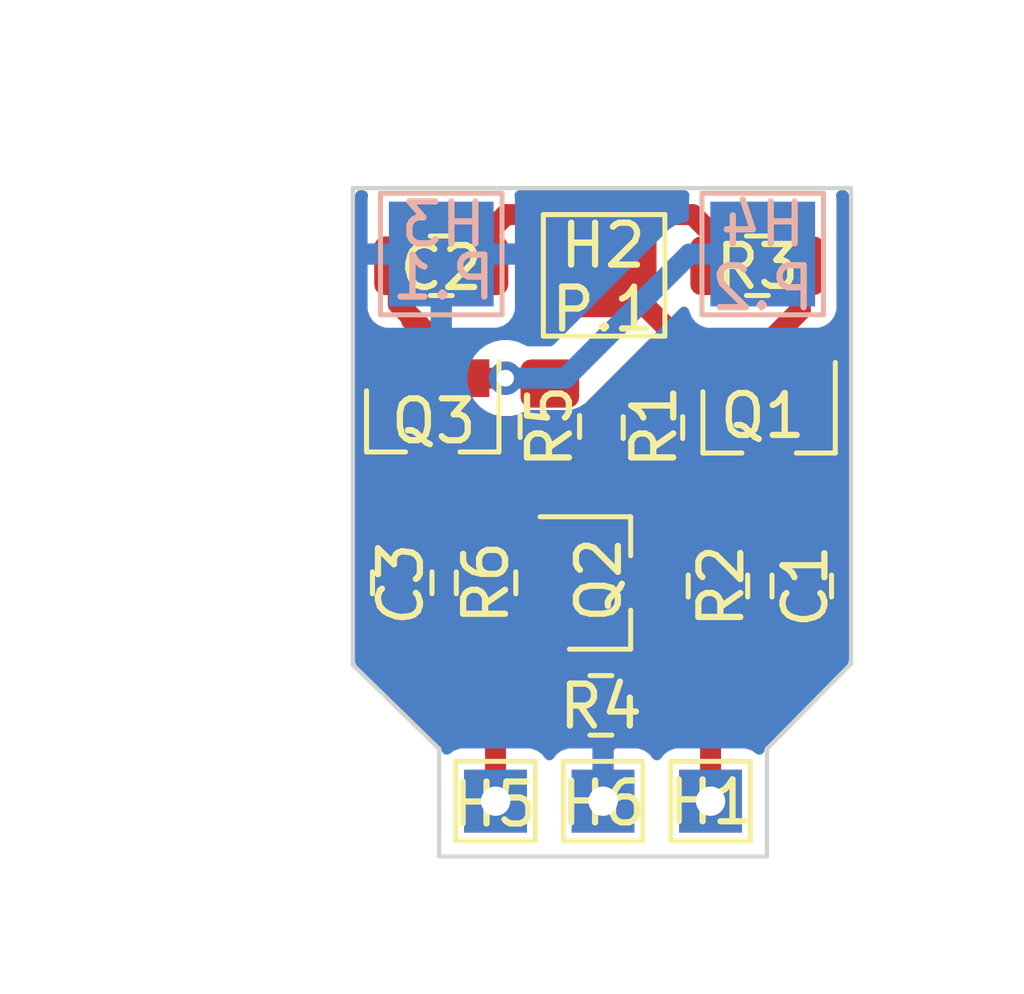
<source format=kicad_pcb>
(kicad_pcb (version 20221018) (generator pcbnew)
  (layers (0 "F.Cu" signal) (31 "B.Cu" signal) (34 "B.Paste" user) (35 "F.Paste" user) (36 "B.SilkS" user "B.Silkscreen") (37 "F.SilkS" user "F.Silkscreen") (38 "B.Mask" user) (39 "F.Mask" user) (44 "Edge.Cuts" user))
  (net 0 "")
  (net 1 "Net-(C1-Pad2)")
  (net 2 "Net-(C1-Pad1)")
  (net 3 "Net-(C2-Pad2)")
  (net 4 "Net-(C2-Pad1)")
  (net 5 "Net-(C3-Pad2)")
  (net 6 "Net-(C3-Pad1)")
  (net 7 "Net-(H2-Pad1)")
  (net 8 "GND")
  (net 9 "Net-(Q1-Pad2)")
  (net 10 "Net-(Q2-Pad2)")
  (footprint "Capacitor_SMD:C_0805_2012Metric_Pad1.15x1.40mm_HandSolder" (layer "F.Cu") (at 150.2834 68.5762 -90)
    (fp_text reference "C1" (at 0.0038 -0.0846 90) (layer "F.SilkS"))
    (fp_text value "2.2nF" hide)
    (fp_line (start -0.261252 -0.71) (end 0.261252 -0.71) (stroke (width 0.12)) (layer "F.SilkS"))
    (fp_line (start -0.261252 0.71) (end 0.261252 0.71) (stroke (width 0.12)) (layer "F.SilkS"))
    (pad "1" smd roundrect (at -1.025 0 270) (size 1.15 1.4) (layers "F.Cu" "F.Paste" "F.Mask") (roundrect_rratio 0.217391) (net 2 "Net-(C1-Pad1)"))
    (pad "2" smd roundrect (at 1.025 0 270) (size 1.15 1.4) (layers "F.Cu" "F.Paste" "F.Mask") (roundrect_rratio 0.217391) (net 1 "Net-(C1-Pad2)"))
  )
  (footprint "Capacitor_SMD:C_0805_2012Metric_Pad1.15x1.40mm_HandSolder" (layer "F.Cu") (at 140.75 68.5 90)
    (fp_text reference "C3" (at -0.08 -0.034 270) (layer "F.SilkS") (effects (font (thickness 0.15) italic)))
    (fp_text value "2.2nF" hide)
    (fp_line (start -0.261252 -0.71) (end 0.261252 -0.71) (stroke (width 0.12)) (layer "F.SilkS"))
    (fp_line (start -0.261252 0.71) (end 0.261252 0.71) (stroke (width 0.12)) (layer "F.SilkS"))
    (pad "1" smd roundrect (at -1.025 0 90) (size 1.15 1.4) (layers "F.Cu" "F.Paste" "F.Mask") (roundrect_rratio 0.217391) (net 6 "Net-(C3-Pad1)"))
    (pad "2" smd roundrect (at 1.025 0 90) (size 1.15 1.4) (layers "F.Cu" "F.Paste" "F.Mask") (roundrect_rratio 0.217391) (net 5 "Net-(C3-Pad2)"))
  )
  (footprint "TestPoint:TestPoint_THTPad_1.5x1.5mm_Drill0.7mm" (layer "F.Cu") (at 148.1074 73.7108)
    (fp_text reference "H1" (at 0 0.0254) (layer "F.SilkS"))
    (fp_text value "Mic +")
    (fp_line (start -0.95 -0.95) (end 0.95 -0.95) (stroke (width 0.12)) (layer "F.SilkS"))
    (fp_line (start -0.95 0.95) (end -0.95 -0.95) (stroke (width 0.12)) (layer "F.SilkS"))
    (fp_line (start 0.95 -0.95) (end 0.95 0.95) (stroke (width 0.12)) (layer "F.SilkS"))
    (fp_line (start 0.95 0.95) (end -0.95 0.95) (stroke (width 0.12)) (layer "F.SilkS"))
    (pad "M-" thru_hole rect (at 0 0) (size 1.5 1.5) (drill 0.7) (layers "*.Cu" "*.Mask") (net 1 "Net-(C1-Pad2)"))
  )
  (footprint "TestPoint:TestPoint_THTPad_1.5x1.5mm_Drill0.7mm" (layer "F.Cu") (at 142.9766 73.7108)
    (fp_text reference "H5" (at -0.0254 0.0762) (layer "F.SilkS"))
    (fp_text value "Mic -")
    (fp_line (start -0.95 -0.95) (end 0.95 -0.95) (stroke (width 0.12)) (layer "F.SilkS"))
    (fp_line (start -0.95 0.95) (end -0.95 -0.95) (stroke (width 0.12)) (layer "F.SilkS"))
    (fp_line (start 0.95 -0.95) (end 0.95 0.95) (stroke (width 0.12)) (layer "F.SilkS"))
    (fp_line (start 0.95 0.95) (end -0.95 0.95) (stroke (width 0.12)) (layer "F.SilkS"))
    (pad "M+" thru_hole rect (at 0 0) (size 1.5 1.5) (drill 0.7) (layers "*.Cu" "*.Mask") (net 6 "Net-(C3-Pad1)"))
  )
  (footprint "Package_TO_SOT_SMD:SOT-23" (layer "F.Cu") (at 149.5044 64.643 -90)
    (fp_text reference "Q1" (at -0.127 0.1524 -180) (layer "F.SilkS"))
    (fp_text value "MMBFJ201" hide)
    (fp_line (start 0.76 -1.58) (end -1.4 -1.58) (stroke (width 0.12)) (layer "F.SilkS"))
    (fp_line (start 0.76 -1.58) (end 0.76 -0.65) (stroke (width 0.12)) (layer "F.SilkS"))
    (fp_line (start 0.76 1.58) (end -0.7 1.58) (stroke (width 0.12)) (layer "F.SilkS"))
    (fp_line (start 0.76 1.58) (end 0.76 0.65) (stroke (width 0.12)) (layer "F.SilkS"))
    (pad "1" smd rect (at -1 -0.95 270) (size 0.9 0.8) (layers "F.Cu" "F.Paste" "F.Mask") (net 7 "Net-(H2-Pad1)"))
    (pad "2" smd rect (at -1 0.95 270) (size 0.9 0.8) (layers "F.Cu" "F.Paste" "F.Mask") (net 9 "Net-(Q1-Pad2)"))
    (pad "3" smd rect (at 1 0 270) (size 0.9 0.8) (layers "F.Cu" "F.Paste" "F.Mask") (net 2 "Net-(C1-Pad1)"))
  )
  (footprint "Package_TO_SOT_SMD:SOT-23" (layer "F.Cu") (at 145.4404 68.5038)
    (fp_text reference "Q2" (at 0 -0.0762 90) (layer "F.SilkS"))
    (fp_text value "MMBFJ201" hide)
    (fp_line (start 0.76 -1.58) (end -1.4 -1.58) (stroke (width 0.12)) (layer "F.SilkS"))
    (fp_line (start 0.76 -1.58) (end 0.76 -0.65) (stroke (width 0.12)) (layer "F.SilkS"))
    (fp_line (start 0.76 1.58) (end -0.7 1.58) (stroke (width 0.12)) (layer "F.SilkS"))
    (fp_line (start 0.76 1.58) (end 0.76 0.65) (stroke (width 0.12)) (layer "F.SilkS"))
    (pad "1" smd rect (at -1 -0.95) (size 0.9 0.8) (layers "F.Cu" "F.Paste" "F.Mask") (net 9 "Net-(Q1-Pad2)"))
    (pad "2" smd rect (at -1 0.95) (size 0.9 0.8) (layers "F.Cu" "F.Paste" "F.Mask") (net 10 "Net-(Q2-Pad2)"))
    (pad "3" smd rect (at 1 0) (size 0.9 0.8) (layers "F.Cu" "F.Paste" "F.Mask") (net 8 "GND"))
  )
  (footprint "Package_TO_SOT_SMD:SOT-23" (layer "F.Cu") (at 141.478 64.6176 -90)
    (fp_text reference "Q3" (at 0.0254 -0.0254 180) (layer "F.SilkS"))
    (fp_text value "MMBFJ201" hide)
    (fp_line (start 0.76 -1.58) (end -1.4 -1.58) (stroke (width 0.12)) (layer "F.SilkS"))
    (fp_line (start 0.76 -1.58) (end 0.76 -0.65) (stroke (width 0.12)) (layer "F.SilkS"))
    (fp_line (start 0.76 1.58) (end -0.7 1.58) (stroke (width 0.12)) (layer "F.SilkS"))
    (fp_line (start 0.76 1.58) (end 0.76 0.65) (stroke (width 0.12)) (layer "F.SilkS"))
    (pad "1" smd rect (at -1 -0.95 270) (size 0.9 0.8) (layers "F.Cu" "F.Paste" "F.Mask") (net 4 "Net-(C2-Pad1)"))
    (pad "2" smd rect (at -1 0.95 270) (size 0.9 0.8) (layers "F.Cu" "F.Paste" "F.Mask") (net 9 "Net-(Q1-Pad2)"))
    (pad "3" smd rect (at 1 0 270) (size 0.9 0.8) (layers "F.Cu" "F.Paste" "F.Mask") (net 5 "Net-(C3-Pad2)"))
  )
  (footprint "Resistor_SMD:R_0805_2012Metric_Pad1.15x1.40mm_HandSolder" (layer "F.Cu") (at 146.7326 64.7954 -90)
    (fp_text reference "R1" (at -0.0254 -0.0286 90) (layer "F.SilkS"))
    (fp_text value "3.3M" hide)
    (fp_line (start -0.261252 -0.71) (end 0.261252 -0.71) (stroke (width 0.12)) (layer "F.SilkS"))
    (fp_line (start -0.261252 0.71) (end 0.261252 0.71) (stroke (width 0.12)) (layer "F.SilkS"))
    (pad "1" smd roundrect (at -1.025 0 270) (size 1.15 1.4) (layers "F.Cu" "F.Paste" "F.Mask") (roundrect_rratio 0.217391) (net 7 "Net-(H2-Pad1)"))
    (pad "2" smd roundrect (at 1.025 0 270) (size 1.15 1.4) (layers "F.Cu" "F.Paste" "F.Mask") (roundrect_rratio 0.217391) (net 2 "Net-(C1-Pad1)"))
  )
  (footprint "Resistor_SMD:R_0805_2012Metric_Pad1.15x1.40mm_HandSolder" (layer "F.Cu") (at 148.2834 68.5762 -90)
    (fp_text reference "R2" (at 0 -0.078 90) (layer "F.SilkS"))
    (fp_text value "3.3M" hide)
    (fp_line (start -0.261252 -0.71) (end 0.261252 -0.71) (stroke (width 0.12)) (layer "F.SilkS"))
    (fp_line (start -0.261252 0.71) (end 0.261252 0.71) (stroke (width 0.12)) (layer "F.SilkS"))
    (pad "1" smd roundrect (at -1.025 0 270) (size 1.15 1.4) (layers "F.Cu" "F.Paste" "F.Mask") (roundrect_rratio 0.217391) (net 2 "Net-(C1-Pad1)"))
    (pad "2" smd roundrect (at 1.025 0 270) (size 1.15 1.4) (layers "F.Cu" "F.Paste" "F.Mask") (roundrect_rratio 0.217391) (net 8 "GND"))
  )
  (footprint "Resistor_SMD:R_0805_2012Metric_Pad1.15x1.40mm_HandSolder" (layer "F.Cu") (at 145.4912 71.4248)
    (fp_text reference "R4" (at 0 0.0254) (layer "F.SilkS"))
    (fp_text value "0.5-1.2k" hide)
    (fp_line (start -0.261252 -0.71) (end 0.261252 -0.71) (stroke (width 0.12)) (layer "F.SilkS"))
    (fp_line (start -0.261252 0.71) (end 0.261252 0.71) (stroke (width 0.12)) (layer "F.SilkS"))
    (pad "1" smd roundrect (at -1.025 0) (size 1.15 1.4) (layers "F.Cu" "F.Paste" "F.Mask") (roundrect_rratio 0.217391) (net 10 "Net-(Q2-Pad2)"))
    (pad "2" smd roundrect (at 1.025 0) (size 1.15 1.4) (layers "F.Cu" "F.Paste" "F.Mask") (roundrect_rratio 0.217391) (net 8 "GND"))
  )
  (footprint "Resistor_SMD:R_0805_2012Metric_Pad1.15x1.40mm_HandSolder" (layer "F.Cu") (at 144.272 64.77 -90)
    (fp_text reference "R5" (at 0 0 90) (layer "F.SilkS"))
    (fp_text value "3.3M" hide)
    (fp_line (start -0.261252 -0.71) (end 0.261252 -0.71) (stroke (width 0.12)) (layer "F.SilkS"))
    (fp_line (start -0.261252 0.71) (end 0.261252 0.71) (stroke (width 0.12)) (layer "F.SilkS"))
    (pad "1" smd roundrect (at -1.025 0 270) (size 1.15 1.4) (layers "F.Cu" "F.Paste" "F.Mask") (roundrect_rratio 0.217391) (net 4 "Net-(C2-Pad1)"))
    (pad "2" smd roundrect (at 1.025 0 270) (size 1.15 1.4) (layers "F.Cu" "F.Paste" "F.Mask") (roundrect_rratio 0.217391) (net 5 "Net-(C3-Pad2)"))
  )
  (footprint "Resistor_SMD:R_0805_2012Metric_Pad1.15x1.40mm_HandSolder" (layer "F.Cu") (at 142.75 68.5 -90)
    (fp_text reference "R6" (at 0 0.002 90) (layer "F.SilkS"))
    (fp_text value "3M" hide)
    (fp_line (start -0.261252 -0.71) (end 0.261252 -0.71) (stroke (width 0.12)) (layer "F.SilkS"))
    (fp_line (start -0.261252 0.71) (end 0.261252 0.71) (stroke (width 0.12)) (layer "F.SilkS"))
    (pad "1" smd roundrect (at -1.025 0 270) (size 1.15 1.4) (layers "F.Cu" "F.Paste" "F.Mask") (roundrect_rratio 0.217391) (net 5 "Net-(C3-Pad2)"))
    (pad "2" smd roundrect (at 1.025 0 270) (size 1.15 1.4) (layers "F.Cu" "F.Paste" "F.Mask") (roundrect_rratio 0.217391) (net 8 "GND"))
  )
  (footprint "Capacitor_SMD:C_0805_2012Metric_Pad1.15x1.40mm_HandSolder" (layer "F.Cu") (at 141.6812 60.9346)
    (fp_text reference "C2" (at 0 0.0508) (layer "F.SilkS"))
    (fp_text value "680pf" hide)
    (fp_line (start -0.261252 -0.71) (end 0.261252 -0.71) (stroke (width 0.12)) (layer "F.SilkS"))
    (fp_line (start -0.261252 0.71) (end 0.261252 0.71) (stroke (width 0.12)) (layer "F.SilkS"))
    (pad "1" smd roundrect (at -1.025 0) (size 1.15 1.4) (layers "F.Cu" "F.Paste" "F.Mask") (roundrect_rratio 0.217391) (net 4 "Net-(C2-Pad1)"))
    (pad "2" smd roundrect (at 1.025 0) (size 1.15 1.4) (layers "F.Cu" "F.Paste" "F.Mask") (roundrect_rratio 0.217391) (net 3 "Net-(C2-Pad2)"))
  )
  (footprint "TestPoint:TestPoint_THTPad_1.5x1.5mm_Drill0.7mm" (layer "F.Cu") (at 145.542 73.7108)
    (fp_text reference "H6" (at 0 0.0508) (layer "F.SilkS"))
    (fp_text value "Mic GND" hide)
    (fp_line (start -0.95 -0.95) (end 0.95 -0.95) (stroke (width 0.12)) (layer "F.SilkS"))
    (fp_line (start -0.95 0.95) (end -0.95 -0.95) (stroke (width 0.12)) (layer "F.SilkS"))
    (fp_line (start 0.95 -0.95) (end 0.95 0.95) (stroke (width 0.12)) (layer "F.SilkS"))
    (fp_line (start 0.95 0.95) (end -0.95 0.95) (stroke (width 0.12)) (layer "F.SilkS"))
    (pad "GND" thru_hole rect (at 0 0) (size 1.5 1.5) (drill 0.7) (layers "*.Cu" "*.Mask") (net 8 "GND"))
  )
  (footprint "Resistor_SMD:R_0805_2012Metric_Pad1.15x1.40mm_HandSolder" (layer "F.Cu") (at 149.225 60.9346 180)
    (fp_text reference "R3" (at 0 -0.0254) (layer "F.SilkS"))
    (fp_text value "150R" hide)
    (fp_line (start -0.261252 -0.71) (end 0.261252 -0.71) (stroke (width 0.12)) (layer "F.SilkS"))
    (fp_line (start -0.261252 0.71) (end 0.261252 0.71) (stroke (width 0.12)) (layer "F.SilkS"))
    (pad "1" smd roundrect (at -1.025 0 180) (size 1.15 1.4) (layers "F.Cu" "F.Paste" "F.Mask") (roundrect_rratio 0.217391) (net 7 "Net-(H2-Pad1)"))
    (pad "2" smd roundrect (at 1.025 0 180) (size 1.15 1.4) (layers "F.Cu" "F.Paste" "F.Mask") (roundrect_rratio 0.217391) (net 3 "Net-(C2-Pad2)"))
  )
  (footprint "TestPoint:TestPoint_Pad_2.5x2.5mm" (layer "F.Cu") (at 145.5674 61.1632)
    (fp_text reference "H2" (at -0.0254 -0.7112) (layer "F.SilkS"))
    (fp_text value "XLR +" hide)
    (fp_line (start -1.45 -1.45) (end 1.45 -1.45) (stroke (width 0.12)) (layer "F.SilkS"))
    (fp_line (start -1.45 1.45) (end -1.45 -1.45) (stroke (width 0.12)) (layer "F.SilkS"))
    (fp_line (start 1.45 -1.45) (end 1.45 1.45) (stroke (width 0.12)) (layer "F.SilkS"))
    (fp_line (start 1.45 1.45) (end -1.45 1.45) (stroke (width 0.12)) (layer "F.SilkS"))
    (pad "-" smd rect (at 0 0) (size 2.5 2) (layers "F.Cu" "F.Mask") (net 7 "Net-(H2-Pad1)"))
  )
  (footprint "TestPoint:TestPoint_Pad_2.5x2.5mm" (layer "B.Cu") (at 149.352 60.6552)
    (fp_text reference "H4" (at 0 -0.7112) (layer "B.SilkS") (effects (justify mirror)))
    (fp_text value "XLR -" hide)
    (fp_line (start -1.45 -1.45) (end -1.45 1.45) (stroke (width 0.12)) (layer "B.SilkS"))
    (fp_line (start -1.45 1.45) (end 1.45 1.45) (stroke (width 0.12)) (layer "B.SilkS"))
    (fp_line (start 1.45 -1.45) (end -1.45 -1.45) (stroke (width 0.12)) (layer "B.SilkS"))
    (fp_line (start 1.45 1.45) (end 1.45 -1.45) (stroke (width 0.12)) (layer "B.SilkS"))
    (pad "+" smd rect (at 0 0) (size 2.5 2.5) (layers "B.Cu" "B.Mask") (net 4 "Net-(C2-Pad1)"))
  )
  (footprint "TestPoint:TestPoint_Pad_2.5x2.5mm" (layer "B.Cu") (at 141.6812 60.6552)
    (fp_text reference "H3" (at 0.0508 -0.7112) (layer "B.SilkS") (effects (justify mirror)))
    (fp_text value "XLR GND" hide)
    (fp_line (start -1.45 -1.45) (end -1.45 1.45) (stroke (width 0.12)) (layer "B.SilkS"))
    (fp_line (start -1.45 1.45) (end 1.45 1.45) (stroke (width 0.12)) (layer "B.SilkS"))
    (fp_line (start 1.45 -1.45) (end -1.45 -1.45) (stroke (width 0.12)) (layer "B.SilkS"))
    (fp_line (start 1.45 1.45) (end 1.45 -1.45) (stroke (width 0.12)) (layer "B.SilkS"))
    (pad "GND" smd rect (at 0 0) (size 2.5 2.5) (layers "B.Cu" "B.Mask") (net 8 "GND"))
  )
  (gr_line (start 139.573 59.0804) (end 151.4602 59.0804) (stroke (width 0.1)) (layer "Edge.Cuts"))
  (gr_line (start 151.4602 59.0804) (end 151.4602 70.4342) (stroke (width 0.1)) (layer "Edge.Cuts"))
  (gr_line (start 151.4602 70.4342) (end 149.4536 72.4662) (stroke (width 0.1)) (layer "Edge.Cuts"))
  (gr_line (start 141.6304 72.4662) (end 139.573 70.4596) (stroke (width 0.1)) (layer "Edge.Cuts"))
  (gr_line (start 149.4536 72.4662) (end 149.4536 75.0316) (stroke (width 0.1)) (layer "Edge.Cuts"))
  (gr_line (start 149.4536 75.0316) (end 141.6304 75.0316) (stroke (width 0.1)) (layer "Edge.Cuts"))
  (gr_line (start 141.6304 75.0316) (end 141.6304 72.4662) (stroke (width 0.1)) (layer "Edge.Cuts"))
  (gr_line (start 139.573 70.4596) (end 139.573 59.0804) (stroke (width 0.1)) (layer "Edge.Cuts"))
  (gr_text "P.1" (at 141.732 61.214) (layer "B.SilkS") (effects (font (size 1 1)) (justify mirror)))
  (gr_text "P.2" (at 149.352 61.468) (layer "B.SilkS") (effects (font (size 1 1)) (justify mirror)))
  (gr_text "P.1" (at 145.542 61.976) (layer "F.SilkS") (effects (font (size 1 1))))
  (segment (start 150.2834 70.1762) (end 148.1074 72.3522) (width 0.5) (layer "F.Cu") (net 1))
  (segment (start 148.1074 72.4608) (end 148.1074 73.7108) (width 0.5) (layer "F.Cu") (net 1))
  (segment (start 148.1074 72.3522) (end 148.1074 72.4608) (width 0.5) (layer "F.Cu") (net 1))
  (segment (start 150.2834 69.6012) (end 150.2834 70.1762) (width 0.5) (layer "F.Cu") (net 1))
  (segment (start 149.5044 65.643) (end 149.5044 66.3302) (width 0.5) (layer "F.Cu") (net 2))
  (segment (start 149.5044 66.7722) (end 150.2834 67.5512) (width 0.5) (layer "F.Cu") (net 2))
  (segment (start 149.5044 66.3302) (end 148.2834 67.5512) (width 0.5) (layer "F.Cu") (net 2))
  (segment (start 148.4888 67.5766) (end 146.7326 65.8204) (width 0.5) (layer "F.Cu") (net 2))
  (segment (start 149.5044 65.643) (end 149.5044 66.7722) (width 0.5) (layer "F.Cu") (net 2))
  (segment (start 142.7062 60.9346) (end 142.7062 60.2346) (width 0.5) (layer "F.Cu") (net 3))
  (segment (start 143.227601 59.713199) (end 147.678599 59.713199) (width 0.5) (layer "F.Cu") (net 3))
  (segment (start 148.2 60.2346) (end 148.2 60.9346) (width 0.5) (layer "F.Cu") (net 3))
  (segment (start 147.678599 59.713199) (end 148.2 60.2346) (width 0.5) (layer "F.Cu") (net 3))
  (segment (start 142.7062 60.2346) (end 143.227601 59.713199) (width 0.5) (layer "F.Cu") (net 3))
  (segment (start 143.2146 63.6176) (end 144.1446 63.6176) (width 0.5) (layer "F.Cu") (net 4))
  (segment (start 140.6562 60.9346) (end 140.6562 61.8458) (width 0.5) (layer "F.Cu") (net 4))
  (segment (start 142.428 63.6176) (end 143.2146 63.6176) (width 0.5) (layer "F.Cu") (net 4))
  (segment (start 141.0404 62.23) (end 142.428 63.6176) (width 0.5) (layer "F.Cu") (net 4))
  (segment (start 140.97 62.23) (end 141.0404 62.23) (width 0.5) (layer "F.Cu") (net 4))
  (segment (start 140.6562 61.8458) (end 142.428 63.6176) (width 0.5) (layer "F.Cu") (net 4))
  (segment (start 144.1446 63.6176) (end 144.272 63.745) (width 0.5) (layer "F.Cu") (net 4))
  (via (at 143.2146 63.6176) (size 0.8) (drill 0.4) (layers "F.Cu" "B.Cu") (net 4))
  (segment (start 144.6396 63.6176) (end 143.2146 63.6176) (width 0.5) (layer "B.Cu") (net 4))
  (segment (start 149.352 60.6552) (end 147.602 60.6552) (width 0.5) (layer "B.Cu") (net 4))
  (segment (start 147.602 60.6552) (end 144.6396 63.6176) (width 0.5) (layer "B.Cu") (net 4))
  (segment (start 142.75 67.475) (end 142.75 67.317) (width 0.5) (layer "F.Cu") (net 5))
  (segment (start 141.478 65.6176) (end 141.478 66.203) (width 0.5) (layer "F.Cu") (net 5))
  (segment (start 141.478 66.203) (end 142.75 67.475) (width 0.5) (layer "F.Cu") (net 5))
  (segment (start 142.75 67.317) (end 144.272 65.795) (width 0.5) (layer "F.Cu") (net 5))
  (segment (start 141.478 65.6176) (end 141.478 66.747) (width 0.5) (layer "F.Cu") (net 5))
  (segment (start 141.478 66.747) (end 140.75 67.475) (width 0.5) (layer "F.Cu") (net 5))
  (segment (start 140.75 69.525) (end 140.75 70.1) (width 0.5) (layer "F.Cu") (net 6))
  (segment (start 140.75 70.1) (end 142.9766 72.3266) (width 0.5) (layer "F.Cu") (net 6))
  (segment (start 142.9766 72.4608) (end 142.9766 73.7108) (width 0.5) (layer "F.Cu") (net 6))
  (segment (start 142.9766 72.3266) (end 142.9766 72.4608) (width 0.5) (layer "F.Cu") (net 6))
  (segment (start 150.25 61.9974) (end 150.25 60.9346) (width 0.5) (layer "F.Cu") (net 7))
  (segment (start 146.7326 63.1954) (end 147.235 62.693) (width 0.5) (layer "F.Cu") (net 7))
  (segment (start 147.235 62.693) (end 149.5544 62.693) (width 0.5) (layer "F.Cu") (net 7))
  (segment (start 145.5674 61.1632) (end 145.8174 61.1632) (width 0.5) (layer "F.Cu") (net 7))
  (segment (start 149.5544 62.693) (end 150.4544 63.593) (width 0.5) (layer "F.Cu") (net 7))
  (segment (start 146.7326 63.7704) (end 146.7326 63.1954) (width 0.5) (layer "F.Cu") (net 7))
  (segment (start 150.4544 63.593) (end 150.4544 63.643) (width 0.5) (layer "F.Cu") (net 7))
  (segment (start 147.3472 62.693) (end 149.5544 62.693) (width 0.5) (layer "F.Cu") (net 7))
  (segment (start 145.8174 61.1632) (end 147.3472 62.693) (width 0.5) (layer "F.Cu") (net 7))
  (segment (start 149.5544 62.693) (end 150.25 61.9974) (width 0.5) (layer "F.Cu") (net 7))
  (segment (start 146.5162 71.4248) (end 145.542 72.399) (width 0.5) (layer "F.Cu") (net 8))
  (segment (start 146.4404 68.5038) (end 143.7712 68.5038) (width 0.5) (layer "F.Cu") (net 8))
  (segment (start 145.542 72.399) (end 145.542 73.7108) (width 0.5) (layer "F.Cu") (net 8))
  (segment (start 143.7712 68.5038) (end 142.75 69.525) (width 0.5) (layer "F.Cu") (net 8))
  (segment (start 148.5544 64.593) (end 148.5544 63.643) (width 0.5) (layer "F.Cu") (net 9))
  (segment (start 145.58259 67.36161) (end 145.58259 65.205444) (width 0.5) (layer "F.Cu") (net 9))
  (segment (start 145.3904 67.5538) (end 145.58259 67.36161) (width 0.5) (layer "F.Cu") (net 9))
  (segment (start 145.58259 65.205444) (end 145.147146 64.77) (width 0.5) (layer "F.Cu") (net 9))
  (segment (start 141.428 64.5676) (end 140.528 63.6676) (width 0.5) (layer "F.Cu") (net 9))
  (segment (start 145.58259 65.205444) (end 145.992634 64.7954) (width 0.5) (layer "F.Cu") (net 9))
  (segment (start 142.494 64.77) (end 142.2916 64.5676) (width 0.5) (layer "F.Cu") (net 9))
  (segment (start 140.528 63.6676) (end 140.528 63.6176) (width 0.5) (layer "F.Cu") (net 9))
  (segment (start 145.147146 64.77) (end 142.494 64.77) (width 0.5) (layer "F.Cu") (net 9))
  (segment (start 144.4404 67.5538) (end 145.3904 67.5538) (width 0.5) (layer "F.Cu") (net 9))
  (segment (start 142.2916 64.5676) (end 141.428 64.5676) (width 0.5) (layer "F.Cu") (net 9))
  (segment (start 148.352 64.7954) (end 148.5544 64.593) (width 0.5) (layer "F.Cu") (net 9))
  (segment (start 145.992634 64.7954) (end 148.352 64.7954) (width 0.5) (layer "F.Cu") (net 9))
  (segment (start 144.4404 71.399) (end 144.4662 71.4248) (width 0.5) (layer "F.Cu") (net 10))
  (segment (start 144.4404 69.4538) (end 144.4404 71.399) (width 0.5) (layer "F.Cu") (net 10))
  (zone (net 8) (net_name "GND") (layer "F.Cu") (connect_pads (clearance 0.508)) (min_thickness 0.254) (fill yes (thermal_gap 0.508) (thermal_bridge_width 0.508))
    (polygon (pts (xy 151.4094 75.0062) (xy 139.6238 75.0062) (xy 139.5476 59.1312) (xy 151.4094 59.1312)))
  )
  (zone (net 8) (net_name "GND") (layer "B.Cu") (connect_pads (clearance 0.508)) (min_thickness 0.254) (fill yes (thermal_gap 0.508) (thermal_bridge_width 0.508))
    (polygon (pts (xy 151.4602 74.9935) (xy 139.573 75.0697) (xy 139.5222 59.0804) (xy 151.4856 59.0804)))
  )
)
</source>
